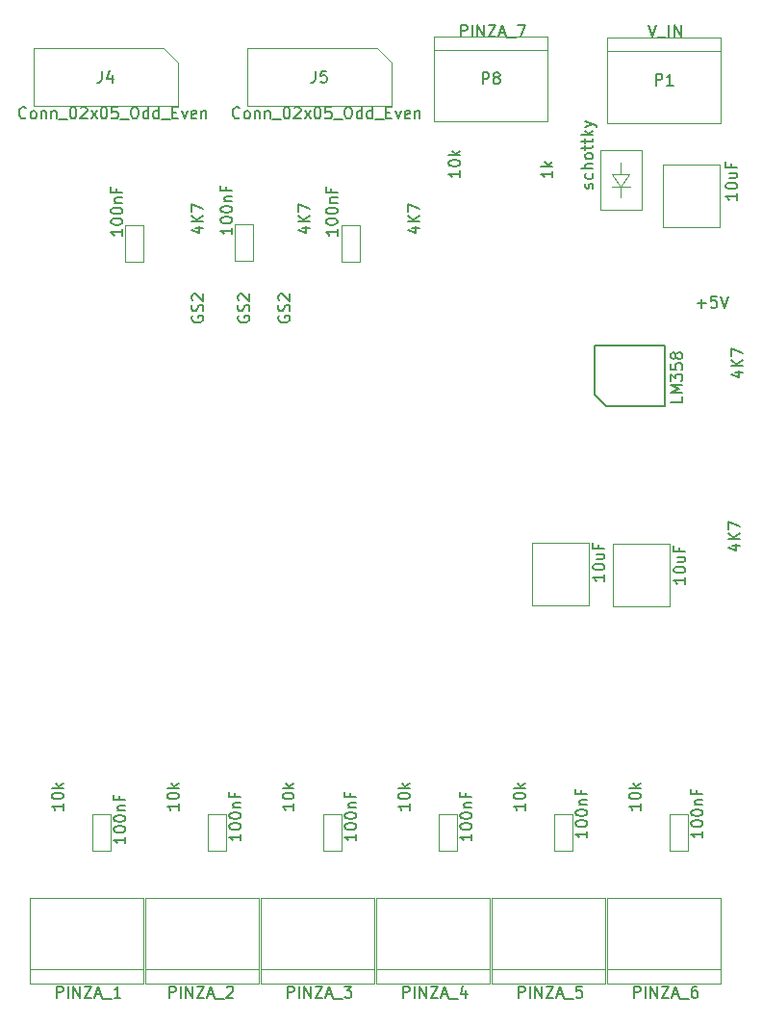
<source format=gbr>
G04 #@! TF.FileFunction,Other,Fab,Top*
%FSLAX46Y46*%
G04 Gerber Fmt 4.6, Leading zero omitted, Abs format (unit mm)*
G04 Created by KiCad (PCBNEW 4.0.7-e2-6376~61~ubuntu18.04.1) date Sun Sep 22 13:29:54 2019*
%MOMM*%
%LPD*%
G01*
G04 APERTURE LIST*
%ADD10C,0.100000*%
%ADD11C,0.150000*%
G04 APERTURE END LIST*
D10*
X84331000Y-157490000D02*
X94231000Y-157490000D01*
X84281000Y-151190000D02*
X84281000Y-158690000D01*
X84281000Y-158690000D02*
X94281000Y-158690000D01*
X94281000Y-158690000D02*
X94281000Y-151190000D01*
X94281000Y-151190000D02*
X84281000Y-151190000D01*
X83550000Y-95136000D02*
X81950000Y-95136000D01*
X83550000Y-91936000D02*
X83550000Y-95136000D01*
X81950000Y-91936000D02*
X83550000Y-91936000D01*
X81950000Y-95136000D02*
X81950000Y-91936000D01*
X115250000Y-120000000D02*
X120250000Y-120000000D01*
X115250000Y-125500000D02*
X115250000Y-120000000D01*
X120250000Y-125500000D02*
X115250000Y-125500000D01*
X120250000Y-120000000D02*
X120250000Y-125500000D01*
X69431000Y-143815000D02*
X71031000Y-143815000D01*
X69431000Y-147015000D02*
X69431000Y-143815000D01*
X71031000Y-147015000D02*
X69431000Y-147015000D01*
X71031000Y-143815000D02*
X71031000Y-147015000D01*
X120231000Y-143815000D02*
X121831000Y-143815000D01*
X120231000Y-147015000D02*
X120231000Y-143815000D01*
X121831000Y-147015000D02*
X120231000Y-147015000D01*
X121831000Y-143815000D02*
X121831000Y-147015000D01*
X124674000Y-92158000D02*
X119674000Y-92158000D01*
X124674000Y-86658000D02*
X124674000Y-92158000D01*
X119674000Y-86658000D02*
X124674000Y-86658000D01*
X119674000Y-92158000D02*
X119674000Y-86658000D01*
X108121000Y-119952000D02*
X113121000Y-119952000D01*
X108121000Y-125452000D02*
X108121000Y-119952000D01*
X113121000Y-125452000D02*
X108121000Y-125452000D01*
X113121000Y-119952000D02*
X113121000Y-125452000D01*
X79591000Y-143815000D02*
X81191000Y-143815000D01*
X79591000Y-147015000D02*
X79591000Y-143815000D01*
X81191000Y-147015000D02*
X79591000Y-147015000D01*
X81191000Y-143815000D02*
X81191000Y-147015000D01*
X89751000Y-143815000D02*
X91351000Y-143815000D01*
X89751000Y-147015000D02*
X89751000Y-143815000D01*
X91351000Y-147015000D02*
X89751000Y-147015000D01*
X91351000Y-143815000D02*
X91351000Y-147015000D01*
X99911000Y-143815000D02*
X101511000Y-143815000D01*
X99911000Y-147015000D02*
X99911000Y-143815000D01*
X101511000Y-147015000D02*
X99911000Y-147015000D01*
X101511000Y-143815000D02*
X101511000Y-147015000D01*
X110071000Y-143815000D02*
X111671000Y-143815000D01*
X110071000Y-147015000D02*
X110071000Y-143815000D01*
X111671000Y-147015000D02*
X110071000Y-147015000D01*
X111671000Y-143815000D02*
X111671000Y-147015000D01*
X117751000Y-90611000D02*
X114151000Y-90611000D01*
X114151000Y-85411000D02*
X114151000Y-90611000D01*
X115952020Y-88660440D02*
X115952020Y-89562140D01*
X115952020Y-87509820D02*
X115952020Y-86511600D01*
X115151920Y-88660440D02*
X116752120Y-88660440D01*
X116701320Y-87509820D02*
X115151920Y-87509820D01*
X115952020Y-88660440D02*
X116701320Y-87509820D01*
X115952020Y-88660440D02*
X115151920Y-87509820D01*
X117751000Y-85411000D02*
X117751000Y-90611000D01*
X117751000Y-85411000D02*
X114151000Y-85411000D01*
X124711000Y-76698000D02*
X114811000Y-76698000D01*
X124761000Y-82998000D02*
X124761000Y-75498000D01*
X124761000Y-75498000D02*
X114761000Y-75498000D01*
X114761000Y-75498000D02*
X114761000Y-82998000D01*
X114761000Y-82998000D02*
X124761000Y-82998000D01*
X64011000Y-157490000D02*
X73911000Y-157490000D01*
X63961000Y-151190000D02*
X63961000Y-158690000D01*
X63961000Y-158690000D02*
X73961000Y-158690000D01*
X73961000Y-158690000D02*
X73961000Y-151190000D01*
X73961000Y-151190000D02*
X63961000Y-151190000D01*
X74171000Y-157490000D02*
X84071000Y-157490000D01*
X74121000Y-151190000D02*
X74121000Y-158690000D01*
X74121000Y-158690000D02*
X84121000Y-158690000D01*
X84121000Y-158690000D02*
X84121000Y-151190000D01*
X84121000Y-151190000D02*
X74121000Y-151190000D01*
X94491000Y-157490000D02*
X104391000Y-157490000D01*
X94441000Y-151190000D02*
X94441000Y-158690000D01*
X94441000Y-158690000D02*
X104441000Y-158690000D01*
X104441000Y-158690000D02*
X104441000Y-151190000D01*
X104441000Y-151190000D02*
X94441000Y-151190000D01*
X104651000Y-157490000D02*
X114551000Y-157490000D01*
X104601000Y-151190000D02*
X104601000Y-158690000D01*
X104601000Y-158690000D02*
X114601000Y-158690000D01*
X114601000Y-158690000D02*
X114601000Y-151190000D01*
X114601000Y-151190000D02*
X104601000Y-151190000D01*
X114811000Y-157490000D02*
X124711000Y-157490000D01*
X114761000Y-151190000D02*
X114761000Y-158690000D01*
X114761000Y-158690000D02*
X124761000Y-158690000D01*
X124761000Y-158690000D02*
X124761000Y-151190000D01*
X124761000Y-151190000D02*
X114761000Y-151190000D01*
X109471000Y-76571000D02*
X99571000Y-76571000D01*
X109521000Y-82871000D02*
X109521000Y-75371000D01*
X109521000Y-75371000D02*
X99521000Y-75371000D01*
X99521000Y-75371000D02*
X99521000Y-82871000D01*
X99521000Y-82871000D02*
X109521000Y-82871000D01*
D11*
X113650000Y-106900000D02*
X113650000Y-102600000D01*
X113650000Y-102600000D02*
X119850000Y-102600000D01*
X119850000Y-102600000D02*
X119850000Y-107900000D01*
X119850000Y-107900000D02*
X114650000Y-107900000D01*
X114650000Y-107900000D02*
X113650000Y-106900000D01*
D10*
X76962000Y-77724000D02*
X76962000Y-81534000D01*
X76962000Y-81534000D02*
X64262000Y-81534000D01*
X64262000Y-81534000D02*
X64262000Y-76454000D01*
X64262000Y-76454000D02*
X75692000Y-76454000D01*
X75692000Y-76454000D02*
X76962000Y-77724000D01*
X95758000Y-77724000D02*
X95758000Y-81534000D01*
X95758000Y-81534000D02*
X83058000Y-81534000D01*
X83058000Y-81534000D02*
X83058000Y-76454000D01*
X83058000Y-76454000D02*
X94488000Y-76454000D01*
X94488000Y-76454000D02*
X95758000Y-77724000D01*
X73952000Y-95199000D02*
X72352000Y-95199000D01*
X73952000Y-91999000D02*
X73952000Y-95199000D01*
X72352000Y-91999000D02*
X73952000Y-91999000D01*
X72352000Y-95199000D02*
X72352000Y-91999000D01*
X93002000Y-95199000D02*
X91402000Y-95199000D01*
X93002000Y-91999000D02*
X93002000Y-95199000D01*
X91402000Y-91999000D02*
X93002000Y-91999000D01*
X91402000Y-95199000D02*
X91402000Y-91999000D01*
D11*
X86622286Y-159964381D02*
X86622286Y-158964381D01*
X87003239Y-158964381D01*
X87098477Y-159012000D01*
X87146096Y-159059619D01*
X87193715Y-159154857D01*
X87193715Y-159297714D01*
X87146096Y-159392952D01*
X87098477Y-159440571D01*
X87003239Y-159488190D01*
X86622286Y-159488190D01*
X87622286Y-159964381D02*
X87622286Y-158964381D01*
X88098476Y-159964381D02*
X88098476Y-158964381D01*
X88669905Y-159964381D01*
X88669905Y-158964381D01*
X89050857Y-158964381D02*
X89717524Y-158964381D01*
X89050857Y-159964381D01*
X89717524Y-159964381D01*
X90050857Y-159678667D02*
X90527048Y-159678667D01*
X89955619Y-159964381D02*
X90288952Y-158964381D01*
X90622286Y-159964381D01*
X90717524Y-160059619D02*
X91479429Y-160059619D01*
X91622286Y-158964381D02*
X92241334Y-158964381D01*
X91908000Y-159345333D01*
X92050858Y-159345333D01*
X92146096Y-159392952D01*
X92193715Y-159440571D01*
X92241334Y-159535810D01*
X92241334Y-159773905D01*
X92193715Y-159869143D01*
X92146096Y-159916762D01*
X92050858Y-159964381D01*
X91765143Y-159964381D01*
X91669905Y-159916762D01*
X91622286Y-159869143D01*
X81732381Y-92225619D02*
X81732381Y-92797048D01*
X81732381Y-92511334D02*
X80732381Y-92511334D01*
X80875238Y-92606572D01*
X80970476Y-92701810D01*
X81018095Y-92797048D01*
X80732381Y-91606572D02*
X80732381Y-91511333D01*
X80780000Y-91416095D01*
X80827619Y-91368476D01*
X80922857Y-91320857D01*
X81113333Y-91273238D01*
X81351429Y-91273238D01*
X81541905Y-91320857D01*
X81637143Y-91368476D01*
X81684762Y-91416095D01*
X81732381Y-91511333D01*
X81732381Y-91606572D01*
X81684762Y-91701810D01*
X81637143Y-91749429D01*
X81541905Y-91797048D01*
X81351429Y-91844667D01*
X81113333Y-91844667D01*
X80922857Y-91797048D01*
X80827619Y-91749429D01*
X80780000Y-91701810D01*
X80732381Y-91606572D01*
X80732381Y-90654191D02*
X80732381Y-90558952D01*
X80780000Y-90463714D01*
X80827619Y-90416095D01*
X80922857Y-90368476D01*
X81113333Y-90320857D01*
X81351429Y-90320857D01*
X81541905Y-90368476D01*
X81637143Y-90416095D01*
X81684762Y-90463714D01*
X81732381Y-90558952D01*
X81732381Y-90654191D01*
X81684762Y-90749429D01*
X81637143Y-90797048D01*
X81541905Y-90844667D01*
X81351429Y-90892286D01*
X81113333Y-90892286D01*
X80922857Y-90844667D01*
X80827619Y-90797048D01*
X80780000Y-90749429D01*
X80732381Y-90654191D01*
X81065714Y-89892286D02*
X81732381Y-89892286D01*
X81160952Y-89892286D02*
X81113333Y-89844667D01*
X81065714Y-89749429D01*
X81065714Y-89606571D01*
X81113333Y-89511333D01*
X81208571Y-89463714D01*
X81732381Y-89463714D01*
X81208571Y-88654190D02*
X81208571Y-88987524D01*
X81732381Y-88987524D02*
X80732381Y-88987524D01*
X80732381Y-88511333D01*
X121610381Y-122991428D02*
X121610381Y-123562857D01*
X121610381Y-123277143D02*
X120610381Y-123277143D01*
X120753238Y-123372381D01*
X120848476Y-123467619D01*
X120896095Y-123562857D01*
X120610381Y-122372381D02*
X120610381Y-122277142D01*
X120658000Y-122181904D01*
X120705619Y-122134285D01*
X120800857Y-122086666D01*
X120991333Y-122039047D01*
X121229429Y-122039047D01*
X121419905Y-122086666D01*
X121515143Y-122134285D01*
X121562762Y-122181904D01*
X121610381Y-122277142D01*
X121610381Y-122372381D01*
X121562762Y-122467619D01*
X121515143Y-122515238D01*
X121419905Y-122562857D01*
X121229429Y-122610476D01*
X120991333Y-122610476D01*
X120800857Y-122562857D01*
X120705619Y-122515238D01*
X120658000Y-122467619D01*
X120610381Y-122372381D01*
X120943714Y-121181904D02*
X121610381Y-121181904D01*
X120943714Y-121610476D02*
X121467524Y-121610476D01*
X121562762Y-121562857D01*
X121610381Y-121467619D01*
X121610381Y-121324761D01*
X121562762Y-121229523D01*
X121515143Y-121181904D01*
X121086571Y-120372380D02*
X121086571Y-120705714D01*
X121610381Y-120705714D02*
X120610381Y-120705714D01*
X120610381Y-120229523D01*
X72334381Y-145819619D02*
X72334381Y-146391048D01*
X72334381Y-146105334D02*
X71334381Y-146105334D01*
X71477238Y-146200572D01*
X71572476Y-146295810D01*
X71620095Y-146391048D01*
X71334381Y-145200572D02*
X71334381Y-145105333D01*
X71382000Y-145010095D01*
X71429619Y-144962476D01*
X71524857Y-144914857D01*
X71715333Y-144867238D01*
X71953429Y-144867238D01*
X72143905Y-144914857D01*
X72239143Y-144962476D01*
X72286762Y-145010095D01*
X72334381Y-145105333D01*
X72334381Y-145200572D01*
X72286762Y-145295810D01*
X72239143Y-145343429D01*
X72143905Y-145391048D01*
X71953429Y-145438667D01*
X71715333Y-145438667D01*
X71524857Y-145391048D01*
X71429619Y-145343429D01*
X71382000Y-145295810D01*
X71334381Y-145200572D01*
X71334381Y-144248191D02*
X71334381Y-144152952D01*
X71382000Y-144057714D01*
X71429619Y-144010095D01*
X71524857Y-143962476D01*
X71715333Y-143914857D01*
X71953429Y-143914857D01*
X72143905Y-143962476D01*
X72239143Y-144010095D01*
X72286762Y-144057714D01*
X72334381Y-144152952D01*
X72334381Y-144248191D01*
X72286762Y-144343429D01*
X72239143Y-144391048D01*
X72143905Y-144438667D01*
X71953429Y-144486286D01*
X71715333Y-144486286D01*
X71524857Y-144438667D01*
X71429619Y-144391048D01*
X71382000Y-144343429D01*
X71334381Y-144248191D01*
X71667714Y-143486286D02*
X72334381Y-143486286D01*
X71762952Y-143486286D02*
X71715333Y-143438667D01*
X71667714Y-143343429D01*
X71667714Y-143200571D01*
X71715333Y-143105333D01*
X71810571Y-143057714D01*
X72334381Y-143057714D01*
X71810571Y-142248190D02*
X71810571Y-142581524D01*
X72334381Y-142581524D02*
X71334381Y-142581524D01*
X71334381Y-142105333D01*
X123134381Y-145311619D02*
X123134381Y-145883048D01*
X123134381Y-145597334D02*
X122134381Y-145597334D01*
X122277238Y-145692572D01*
X122372476Y-145787810D01*
X122420095Y-145883048D01*
X122134381Y-144692572D02*
X122134381Y-144597333D01*
X122182000Y-144502095D01*
X122229619Y-144454476D01*
X122324857Y-144406857D01*
X122515333Y-144359238D01*
X122753429Y-144359238D01*
X122943905Y-144406857D01*
X123039143Y-144454476D01*
X123086762Y-144502095D01*
X123134381Y-144597333D01*
X123134381Y-144692572D01*
X123086762Y-144787810D01*
X123039143Y-144835429D01*
X122943905Y-144883048D01*
X122753429Y-144930667D01*
X122515333Y-144930667D01*
X122324857Y-144883048D01*
X122229619Y-144835429D01*
X122182000Y-144787810D01*
X122134381Y-144692572D01*
X122134381Y-143740191D02*
X122134381Y-143644952D01*
X122182000Y-143549714D01*
X122229619Y-143502095D01*
X122324857Y-143454476D01*
X122515333Y-143406857D01*
X122753429Y-143406857D01*
X122943905Y-143454476D01*
X123039143Y-143502095D01*
X123086762Y-143549714D01*
X123134381Y-143644952D01*
X123134381Y-143740191D01*
X123086762Y-143835429D01*
X123039143Y-143883048D01*
X122943905Y-143930667D01*
X122753429Y-143978286D01*
X122515333Y-143978286D01*
X122324857Y-143930667D01*
X122229619Y-143883048D01*
X122182000Y-143835429D01*
X122134381Y-143740191D01*
X122467714Y-142978286D02*
X123134381Y-142978286D01*
X122562952Y-142978286D02*
X122515333Y-142930667D01*
X122467714Y-142835429D01*
X122467714Y-142692571D01*
X122515333Y-142597333D01*
X122610571Y-142549714D01*
X123134381Y-142549714D01*
X122610571Y-141740190D02*
X122610571Y-142073524D01*
X123134381Y-142073524D02*
X122134381Y-142073524D01*
X122134381Y-141597333D01*
X126182381Y-89209428D02*
X126182381Y-89780857D01*
X126182381Y-89495143D02*
X125182381Y-89495143D01*
X125325238Y-89590381D01*
X125420476Y-89685619D01*
X125468095Y-89780857D01*
X125182381Y-88590381D02*
X125182381Y-88495142D01*
X125230000Y-88399904D01*
X125277619Y-88352285D01*
X125372857Y-88304666D01*
X125563333Y-88257047D01*
X125801429Y-88257047D01*
X125991905Y-88304666D01*
X126087143Y-88352285D01*
X126134762Y-88399904D01*
X126182381Y-88495142D01*
X126182381Y-88590381D01*
X126134762Y-88685619D01*
X126087143Y-88733238D01*
X125991905Y-88780857D01*
X125801429Y-88828476D01*
X125563333Y-88828476D01*
X125372857Y-88780857D01*
X125277619Y-88733238D01*
X125230000Y-88685619D01*
X125182381Y-88590381D01*
X125515714Y-87399904D02*
X126182381Y-87399904D01*
X125515714Y-87828476D02*
X126039524Y-87828476D01*
X126134762Y-87780857D01*
X126182381Y-87685619D01*
X126182381Y-87542761D01*
X126134762Y-87447523D01*
X126087143Y-87399904D01*
X125658571Y-86590380D02*
X125658571Y-86923714D01*
X126182381Y-86923714D02*
X125182381Y-86923714D01*
X125182381Y-86447523D01*
X114498381Y-122737428D02*
X114498381Y-123308857D01*
X114498381Y-123023143D02*
X113498381Y-123023143D01*
X113641238Y-123118381D01*
X113736476Y-123213619D01*
X113784095Y-123308857D01*
X113498381Y-122118381D02*
X113498381Y-122023142D01*
X113546000Y-121927904D01*
X113593619Y-121880285D01*
X113688857Y-121832666D01*
X113879333Y-121785047D01*
X114117429Y-121785047D01*
X114307905Y-121832666D01*
X114403143Y-121880285D01*
X114450762Y-121927904D01*
X114498381Y-122023142D01*
X114498381Y-122118381D01*
X114450762Y-122213619D01*
X114403143Y-122261238D01*
X114307905Y-122308857D01*
X114117429Y-122356476D01*
X113879333Y-122356476D01*
X113688857Y-122308857D01*
X113593619Y-122261238D01*
X113546000Y-122213619D01*
X113498381Y-122118381D01*
X113831714Y-120927904D02*
X114498381Y-120927904D01*
X113831714Y-121356476D02*
X114355524Y-121356476D01*
X114450762Y-121308857D01*
X114498381Y-121213619D01*
X114498381Y-121070761D01*
X114450762Y-120975523D01*
X114403143Y-120927904D01*
X113974571Y-120118380D02*
X113974571Y-120451714D01*
X114498381Y-120451714D02*
X113498381Y-120451714D01*
X113498381Y-119975523D01*
X82494381Y-145565619D02*
X82494381Y-146137048D01*
X82494381Y-145851334D02*
X81494381Y-145851334D01*
X81637238Y-145946572D01*
X81732476Y-146041810D01*
X81780095Y-146137048D01*
X81494381Y-144946572D02*
X81494381Y-144851333D01*
X81542000Y-144756095D01*
X81589619Y-144708476D01*
X81684857Y-144660857D01*
X81875333Y-144613238D01*
X82113429Y-144613238D01*
X82303905Y-144660857D01*
X82399143Y-144708476D01*
X82446762Y-144756095D01*
X82494381Y-144851333D01*
X82494381Y-144946572D01*
X82446762Y-145041810D01*
X82399143Y-145089429D01*
X82303905Y-145137048D01*
X82113429Y-145184667D01*
X81875333Y-145184667D01*
X81684857Y-145137048D01*
X81589619Y-145089429D01*
X81542000Y-145041810D01*
X81494381Y-144946572D01*
X81494381Y-143994191D02*
X81494381Y-143898952D01*
X81542000Y-143803714D01*
X81589619Y-143756095D01*
X81684857Y-143708476D01*
X81875333Y-143660857D01*
X82113429Y-143660857D01*
X82303905Y-143708476D01*
X82399143Y-143756095D01*
X82446762Y-143803714D01*
X82494381Y-143898952D01*
X82494381Y-143994191D01*
X82446762Y-144089429D01*
X82399143Y-144137048D01*
X82303905Y-144184667D01*
X82113429Y-144232286D01*
X81875333Y-144232286D01*
X81684857Y-144184667D01*
X81589619Y-144137048D01*
X81542000Y-144089429D01*
X81494381Y-143994191D01*
X81827714Y-143232286D02*
X82494381Y-143232286D01*
X81922952Y-143232286D02*
X81875333Y-143184667D01*
X81827714Y-143089429D01*
X81827714Y-142946571D01*
X81875333Y-142851333D01*
X81970571Y-142803714D01*
X82494381Y-142803714D01*
X81970571Y-141994190D02*
X81970571Y-142327524D01*
X82494381Y-142327524D02*
X81494381Y-142327524D01*
X81494381Y-141851333D01*
X92654381Y-145565619D02*
X92654381Y-146137048D01*
X92654381Y-145851334D02*
X91654381Y-145851334D01*
X91797238Y-145946572D01*
X91892476Y-146041810D01*
X91940095Y-146137048D01*
X91654381Y-144946572D02*
X91654381Y-144851333D01*
X91702000Y-144756095D01*
X91749619Y-144708476D01*
X91844857Y-144660857D01*
X92035333Y-144613238D01*
X92273429Y-144613238D01*
X92463905Y-144660857D01*
X92559143Y-144708476D01*
X92606762Y-144756095D01*
X92654381Y-144851333D01*
X92654381Y-144946572D01*
X92606762Y-145041810D01*
X92559143Y-145089429D01*
X92463905Y-145137048D01*
X92273429Y-145184667D01*
X92035333Y-145184667D01*
X91844857Y-145137048D01*
X91749619Y-145089429D01*
X91702000Y-145041810D01*
X91654381Y-144946572D01*
X91654381Y-143994191D02*
X91654381Y-143898952D01*
X91702000Y-143803714D01*
X91749619Y-143756095D01*
X91844857Y-143708476D01*
X92035333Y-143660857D01*
X92273429Y-143660857D01*
X92463905Y-143708476D01*
X92559143Y-143756095D01*
X92606762Y-143803714D01*
X92654381Y-143898952D01*
X92654381Y-143994191D01*
X92606762Y-144089429D01*
X92559143Y-144137048D01*
X92463905Y-144184667D01*
X92273429Y-144232286D01*
X92035333Y-144232286D01*
X91844857Y-144184667D01*
X91749619Y-144137048D01*
X91702000Y-144089429D01*
X91654381Y-143994191D01*
X91987714Y-143232286D02*
X92654381Y-143232286D01*
X92082952Y-143232286D02*
X92035333Y-143184667D01*
X91987714Y-143089429D01*
X91987714Y-142946571D01*
X92035333Y-142851333D01*
X92130571Y-142803714D01*
X92654381Y-142803714D01*
X92130571Y-141994190D02*
X92130571Y-142327524D01*
X92654381Y-142327524D02*
X91654381Y-142327524D01*
X91654381Y-141851333D01*
X102814381Y-145565619D02*
X102814381Y-146137048D01*
X102814381Y-145851334D02*
X101814381Y-145851334D01*
X101957238Y-145946572D01*
X102052476Y-146041810D01*
X102100095Y-146137048D01*
X101814381Y-144946572D02*
X101814381Y-144851333D01*
X101862000Y-144756095D01*
X101909619Y-144708476D01*
X102004857Y-144660857D01*
X102195333Y-144613238D01*
X102433429Y-144613238D01*
X102623905Y-144660857D01*
X102719143Y-144708476D01*
X102766762Y-144756095D01*
X102814381Y-144851333D01*
X102814381Y-144946572D01*
X102766762Y-145041810D01*
X102719143Y-145089429D01*
X102623905Y-145137048D01*
X102433429Y-145184667D01*
X102195333Y-145184667D01*
X102004857Y-145137048D01*
X101909619Y-145089429D01*
X101862000Y-145041810D01*
X101814381Y-144946572D01*
X101814381Y-143994191D02*
X101814381Y-143898952D01*
X101862000Y-143803714D01*
X101909619Y-143756095D01*
X102004857Y-143708476D01*
X102195333Y-143660857D01*
X102433429Y-143660857D01*
X102623905Y-143708476D01*
X102719143Y-143756095D01*
X102766762Y-143803714D01*
X102814381Y-143898952D01*
X102814381Y-143994191D01*
X102766762Y-144089429D01*
X102719143Y-144137048D01*
X102623905Y-144184667D01*
X102433429Y-144232286D01*
X102195333Y-144232286D01*
X102004857Y-144184667D01*
X101909619Y-144137048D01*
X101862000Y-144089429D01*
X101814381Y-143994191D01*
X102147714Y-143232286D02*
X102814381Y-143232286D01*
X102242952Y-143232286D02*
X102195333Y-143184667D01*
X102147714Y-143089429D01*
X102147714Y-142946571D01*
X102195333Y-142851333D01*
X102290571Y-142803714D01*
X102814381Y-142803714D01*
X102290571Y-141994190D02*
X102290571Y-142327524D01*
X102814381Y-142327524D02*
X101814381Y-142327524D01*
X101814381Y-141851333D01*
X112974381Y-145311619D02*
X112974381Y-145883048D01*
X112974381Y-145597334D02*
X111974381Y-145597334D01*
X112117238Y-145692572D01*
X112212476Y-145787810D01*
X112260095Y-145883048D01*
X111974381Y-144692572D02*
X111974381Y-144597333D01*
X112022000Y-144502095D01*
X112069619Y-144454476D01*
X112164857Y-144406857D01*
X112355333Y-144359238D01*
X112593429Y-144359238D01*
X112783905Y-144406857D01*
X112879143Y-144454476D01*
X112926762Y-144502095D01*
X112974381Y-144597333D01*
X112974381Y-144692572D01*
X112926762Y-144787810D01*
X112879143Y-144835429D01*
X112783905Y-144883048D01*
X112593429Y-144930667D01*
X112355333Y-144930667D01*
X112164857Y-144883048D01*
X112069619Y-144835429D01*
X112022000Y-144787810D01*
X111974381Y-144692572D01*
X111974381Y-143740191D02*
X111974381Y-143644952D01*
X112022000Y-143549714D01*
X112069619Y-143502095D01*
X112164857Y-143454476D01*
X112355333Y-143406857D01*
X112593429Y-143406857D01*
X112783905Y-143454476D01*
X112879143Y-143502095D01*
X112926762Y-143549714D01*
X112974381Y-143644952D01*
X112974381Y-143740191D01*
X112926762Y-143835429D01*
X112879143Y-143883048D01*
X112783905Y-143930667D01*
X112593429Y-143978286D01*
X112355333Y-143978286D01*
X112164857Y-143930667D01*
X112069619Y-143883048D01*
X112022000Y-143835429D01*
X111974381Y-143740191D01*
X112307714Y-142978286D02*
X112974381Y-142978286D01*
X112402952Y-142978286D02*
X112355333Y-142930667D01*
X112307714Y-142835429D01*
X112307714Y-142692571D01*
X112355333Y-142597333D01*
X112450571Y-142549714D01*
X112974381Y-142549714D01*
X112450571Y-141740190D02*
X112450571Y-142073524D01*
X112974381Y-142073524D02*
X111974381Y-142073524D01*
X111974381Y-141597333D01*
X113434762Y-88756763D02*
X113482381Y-88661525D01*
X113482381Y-88471049D01*
X113434762Y-88375810D01*
X113339524Y-88328191D01*
X113291905Y-88328191D01*
X113196667Y-88375810D01*
X113149048Y-88471049D01*
X113149048Y-88613906D01*
X113101429Y-88709144D01*
X113006190Y-88756763D01*
X112958571Y-88756763D01*
X112863333Y-88709144D01*
X112815714Y-88613906D01*
X112815714Y-88471049D01*
X112863333Y-88375810D01*
X113434762Y-87471048D02*
X113482381Y-87566286D01*
X113482381Y-87756763D01*
X113434762Y-87852001D01*
X113387143Y-87899620D01*
X113291905Y-87947239D01*
X113006190Y-87947239D01*
X112910952Y-87899620D01*
X112863333Y-87852001D01*
X112815714Y-87756763D01*
X112815714Y-87566286D01*
X112863333Y-87471048D01*
X113482381Y-87042477D02*
X112482381Y-87042477D01*
X113482381Y-86613905D02*
X112958571Y-86613905D01*
X112863333Y-86661524D01*
X112815714Y-86756762D01*
X112815714Y-86899620D01*
X112863333Y-86994858D01*
X112910952Y-87042477D01*
X113482381Y-85994858D02*
X113434762Y-86090096D01*
X113387143Y-86137715D01*
X113291905Y-86185334D01*
X113006190Y-86185334D01*
X112910952Y-86137715D01*
X112863333Y-86090096D01*
X112815714Y-85994858D01*
X112815714Y-85852000D01*
X112863333Y-85756762D01*
X112910952Y-85709143D01*
X113006190Y-85661524D01*
X113291905Y-85661524D01*
X113387143Y-85709143D01*
X113434762Y-85756762D01*
X113482381Y-85852000D01*
X113482381Y-85994858D01*
X112815714Y-85375810D02*
X112815714Y-84994858D01*
X112482381Y-85232953D02*
X113339524Y-85232953D01*
X113434762Y-85185334D01*
X113482381Y-85090096D01*
X113482381Y-84994858D01*
X112815714Y-84804381D02*
X112815714Y-84423429D01*
X112482381Y-84661524D02*
X113339524Y-84661524D01*
X113434762Y-84613905D01*
X113482381Y-84518667D01*
X113482381Y-84423429D01*
X113482381Y-84090095D02*
X112482381Y-84090095D01*
X113101429Y-83994857D02*
X113482381Y-83709142D01*
X112815714Y-83709142D02*
X113196667Y-84090095D01*
X112815714Y-83375809D02*
X113482381Y-83137714D01*
X112815714Y-82899618D02*
X113482381Y-83137714D01*
X113720476Y-83232952D01*
X113768095Y-83280571D01*
X113815714Y-83375809D01*
X85860000Y-100004476D02*
X85812381Y-100099714D01*
X85812381Y-100242571D01*
X85860000Y-100385429D01*
X85955238Y-100480667D01*
X86050476Y-100528286D01*
X86240952Y-100575905D01*
X86383810Y-100575905D01*
X86574286Y-100528286D01*
X86669524Y-100480667D01*
X86764762Y-100385429D01*
X86812381Y-100242571D01*
X86812381Y-100147333D01*
X86764762Y-100004476D01*
X86717143Y-99956857D01*
X86383810Y-99956857D01*
X86383810Y-100147333D01*
X86764762Y-99575905D02*
X86812381Y-99433048D01*
X86812381Y-99194952D01*
X86764762Y-99099714D01*
X86717143Y-99052095D01*
X86621905Y-99004476D01*
X86526667Y-99004476D01*
X86431429Y-99052095D01*
X86383810Y-99099714D01*
X86336190Y-99194952D01*
X86288571Y-99385429D01*
X86240952Y-99480667D01*
X86193333Y-99528286D01*
X86098095Y-99575905D01*
X86002857Y-99575905D01*
X85907619Y-99528286D01*
X85860000Y-99480667D01*
X85812381Y-99385429D01*
X85812381Y-99147333D01*
X85860000Y-99004476D01*
X85907619Y-98623524D02*
X85860000Y-98575905D01*
X85812381Y-98480667D01*
X85812381Y-98242571D01*
X85860000Y-98147333D01*
X85907619Y-98099714D01*
X86002857Y-98052095D01*
X86098095Y-98052095D01*
X86240952Y-98099714D01*
X86812381Y-98671143D01*
X86812381Y-98052095D01*
X82304000Y-100004476D02*
X82256381Y-100099714D01*
X82256381Y-100242571D01*
X82304000Y-100385429D01*
X82399238Y-100480667D01*
X82494476Y-100528286D01*
X82684952Y-100575905D01*
X82827810Y-100575905D01*
X83018286Y-100528286D01*
X83113524Y-100480667D01*
X83208762Y-100385429D01*
X83256381Y-100242571D01*
X83256381Y-100147333D01*
X83208762Y-100004476D01*
X83161143Y-99956857D01*
X82827810Y-99956857D01*
X82827810Y-100147333D01*
X83208762Y-99575905D02*
X83256381Y-99433048D01*
X83256381Y-99194952D01*
X83208762Y-99099714D01*
X83161143Y-99052095D01*
X83065905Y-99004476D01*
X82970667Y-99004476D01*
X82875429Y-99052095D01*
X82827810Y-99099714D01*
X82780190Y-99194952D01*
X82732571Y-99385429D01*
X82684952Y-99480667D01*
X82637333Y-99528286D01*
X82542095Y-99575905D01*
X82446857Y-99575905D01*
X82351619Y-99528286D01*
X82304000Y-99480667D01*
X82256381Y-99385429D01*
X82256381Y-99147333D01*
X82304000Y-99004476D01*
X82351619Y-98623524D02*
X82304000Y-98575905D01*
X82256381Y-98480667D01*
X82256381Y-98242571D01*
X82304000Y-98147333D01*
X82351619Y-98099714D01*
X82446857Y-98052095D01*
X82542095Y-98052095D01*
X82684952Y-98099714D01*
X83256381Y-98671143D01*
X83256381Y-98052095D01*
X78240000Y-100004476D02*
X78192381Y-100099714D01*
X78192381Y-100242571D01*
X78240000Y-100385429D01*
X78335238Y-100480667D01*
X78430476Y-100528286D01*
X78620952Y-100575905D01*
X78763810Y-100575905D01*
X78954286Y-100528286D01*
X79049524Y-100480667D01*
X79144762Y-100385429D01*
X79192381Y-100242571D01*
X79192381Y-100147333D01*
X79144762Y-100004476D01*
X79097143Y-99956857D01*
X78763810Y-99956857D01*
X78763810Y-100147333D01*
X79144762Y-99575905D02*
X79192381Y-99433048D01*
X79192381Y-99194952D01*
X79144762Y-99099714D01*
X79097143Y-99052095D01*
X79001905Y-99004476D01*
X78906667Y-99004476D01*
X78811429Y-99052095D01*
X78763810Y-99099714D01*
X78716190Y-99194952D01*
X78668571Y-99385429D01*
X78620952Y-99480667D01*
X78573333Y-99528286D01*
X78478095Y-99575905D01*
X78382857Y-99575905D01*
X78287619Y-99528286D01*
X78240000Y-99480667D01*
X78192381Y-99385429D01*
X78192381Y-99147333D01*
X78240000Y-99004476D01*
X78287619Y-98623524D02*
X78240000Y-98575905D01*
X78192381Y-98480667D01*
X78192381Y-98242571D01*
X78240000Y-98147333D01*
X78287619Y-98099714D01*
X78382857Y-98052095D01*
X78478095Y-98052095D01*
X78620952Y-98099714D01*
X79192381Y-98671143D01*
X79192381Y-98052095D01*
X118411810Y-74382381D02*
X118745143Y-75382381D01*
X119078477Y-74382381D01*
X119173715Y-75477619D02*
X119935620Y-75477619D01*
X120173715Y-75382381D02*
X120173715Y-74382381D01*
X120649905Y-75382381D02*
X120649905Y-74382381D01*
X121221334Y-75382381D01*
X121221334Y-74382381D01*
X119022905Y-79700381D02*
X119022905Y-78700381D01*
X119403858Y-78700381D01*
X119499096Y-78748000D01*
X119546715Y-78795619D01*
X119594334Y-78890857D01*
X119594334Y-79033714D01*
X119546715Y-79128952D01*
X119499096Y-79176571D01*
X119403858Y-79224190D01*
X119022905Y-79224190D01*
X120546715Y-79700381D02*
X119975286Y-79700381D01*
X120261000Y-79700381D02*
X120261000Y-78700381D01*
X120165762Y-78843238D01*
X120070524Y-78938476D01*
X119975286Y-78986095D01*
X66302286Y-159964381D02*
X66302286Y-158964381D01*
X66683239Y-158964381D01*
X66778477Y-159012000D01*
X66826096Y-159059619D01*
X66873715Y-159154857D01*
X66873715Y-159297714D01*
X66826096Y-159392952D01*
X66778477Y-159440571D01*
X66683239Y-159488190D01*
X66302286Y-159488190D01*
X67302286Y-159964381D02*
X67302286Y-158964381D01*
X67778476Y-159964381D02*
X67778476Y-158964381D01*
X68349905Y-159964381D01*
X68349905Y-158964381D01*
X68730857Y-158964381D02*
X69397524Y-158964381D01*
X68730857Y-159964381D01*
X69397524Y-159964381D01*
X69730857Y-159678667D02*
X70207048Y-159678667D01*
X69635619Y-159964381D02*
X69968952Y-158964381D01*
X70302286Y-159964381D01*
X70397524Y-160059619D02*
X71159429Y-160059619D01*
X71921334Y-159964381D02*
X71349905Y-159964381D01*
X71635619Y-159964381D02*
X71635619Y-158964381D01*
X71540381Y-159107238D01*
X71445143Y-159202476D01*
X71349905Y-159250095D01*
X76208286Y-159964381D02*
X76208286Y-158964381D01*
X76589239Y-158964381D01*
X76684477Y-159012000D01*
X76732096Y-159059619D01*
X76779715Y-159154857D01*
X76779715Y-159297714D01*
X76732096Y-159392952D01*
X76684477Y-159440571D01*
X76589239Y-159488190D01*
X76208286Y-159488190D01*
X77208286Y-159964381D02*
X77208286Y-158964381D01*
X77684476Y-159964381D02*
X77684476Y-158964381D01*
X78255905Y-159964381D01*
X78255905Y-158964381D01*
X78636857Y-158964381D02*
X79303524Y-158964381D01*
X78636857Y-159964381D01*
X79303524Y-159964381D01*
X79636857Y-159678667D02*
X80113048Y-159678667D01*
X79541619Y-159964381D02*
X79874952Y-158964381D01*
X80208286Y-159964381D01*
X80303524Y-160059619D02*
X81065429Y-160059619D01*
X81255905Y-159059619D02*
X81303524Y-159012000D01*
X81398762Y-158964381D01*
X81636858Y-158964381D01*
X81732096Y-159012000D01*
X81779715Y-159059619D01*
X81827334Y-159154857D01*
X81827334Y-159250095D01*
X81779715Y-159392952D01*
X81208286Y-159964381D01*
X81827334Y-159964381D01*
X96782286Y-159964381D02*
X96782286Y-158964381D01*
X97163239Y-158964381D01*
X97258477Y-159012000D01*
X97306096Y-159059619D01*
X97353715Y-159154857D01*
X97353715Y-159297714D01*
X97306096Y-159392952D01*
X97258477Y-159440571D01*
X97163239Y-159488190D01*
X96782286Y-159488190D01*
X97782286Y-159964381D02*
X97782286Y-158964381D01*
X98258476Y-159964381D02*
X98258476Y-158964381D01*
X98829905Y-159964381D01*
X98829905Y-158964381D01*
X99210857Y-158964381D02*
X99877524Y-158964381D01*
X99210857Y-159964381D01*
X99877524Y-159964381D01*
X100210857Y-159678667D02*
X100687048Y-159678667D01*
X100115619Y-159964381D02*
X100448952Y-158964381D01*
X100782286Y-159964381D01*
X100877524Y-160059619D02*
X101639429Y-160059619D01*
X102306096Y-159297714D02*
X102306096Y-159964381D01*
X102068000Y-158916762D02*
X101829905Y-159631048D01*
X102448953Y-159631048D01*
X106942286Y-159964381D02*
X106942286Y-158964381D01*
X107323239Y-158964381D01*
X107418477Y-159012000D01*
X107466096Y-159059619D01*
X107513715Y-159154857D01*
X107513715Y-159297714D01*
X107466096Y-159392952D01*
X107418477Y-159440571D01*
X107323239Y-159488190D01*
X106942286Y-159488190D01*
X107942286Y-159964381D02*
X107942286Y-158964381D01*
X108418476Y-159964381D02*
X108418476Y-158964381D01*
X108989905Y-159964381D01*
X108989905Y-158964381D01*
X109370857Y-158964381D02*
X110037524Y-158964381D01*
X109370857Y-159964381D01*
X110037524Y-159964381D01*
X110370857Y-159678667D02*
X110847048Y-159678667D01*
X110275619Y-159964381D02*
X110608952Y-158964381D01*
X110942286Y-159964381D01*
X111037524Y-160059619D02*
X111799429Y-160059619D01*
X112513715Y-158964381D02*
X112037524Y-158964381D01*
X111989905Y-159440571D01*
X112037524Y-159392952D01*
X112132762Y-159345333D01*
X112370858Y-159345333D01*
X112466096Y-159392952D01*
X112513715Y-159440571D01*
X112561334Y-159535810D01*
X112561334Y-159773905D01*
X112513715Y-159869143D01*
X112466096Y-159916762D01*
X112370858Y-159964381D01*
X112132762Y-159964381D01*
X112037524Y-159916762D01*
X111989905Y-159869143D01*
X117102286Y-159964381D02*
X117102286Y-158964381D01*
X117483239Y-158964381D01*
X117578477Y-159012000D01*
X117626096Y-159059619D01*
X117673715Y-159154857D01*
X117673715Y-159297714D01*
X117626096Y-159392952D01*
X117578477Y-159440571D01*
X117483239Y-159488190D01*
X117102286Y-159488190D01*
X118102286Y-159964381D02*
X118102286Y-158964381D01*
X118578476Y-159964381D02*
X118578476Y-158964381D01*
X119149905Y-159964381D01*
X119149905Y-158964381D01*
X119530857Y-158964381D02*
X120197524Y-158964381D01*
X119530857Y-159964381D01*
X120197524Y-159964381D01*
X120530857Y-159678667D02*
X121007048Y-159678667D01*
X120435619Y-159964381D02*
X120768952Y-158964381D01*
X121102286Y-159964381D01*
X121197524Y-160059619D02*
X121959429Y-160059619D01*
X122626096Y-158964381D02*
X122435619Y-158964381D01*
X122340381Y-159012000D01*
X122292762Y-159059619D01*
X122197524Y-159202476D01*
X122149905Y-159392952D01*
X122149905Y-159773905D01*
X122197524Y-159869143D01*
X122245143Y-159916762D01*
X122340381Y-159964381D01*
X122530858Y-159964381D01*
X122626096Y-159916762D01*
X122673715Y-159869143D01*
X122721334Y-159773905D01*
X122721334Y-159535810D01*
X122673715Y-159440571D01*
X122626096Y-159392952D01*
X122530858Y-159345333D01*
X122340381Y-159345333D01*
X122245143Y-159392952D01*
X122197524Y-159440571D01*
X122149905Y-159535810D01*
X101862286Y-75382381D02*
X101862286Y-74382381D01*
X102243239Y-74382381D01*
X102338477Y-74430000D01*
X102386096Y-74477619D01*
X102433715Y-74572857D01*
X102433715Y-74715714D01*
X102386096Y-74810952D01*
X102338477Y-74858571D01*
X102243239Y-74906190D01*
X101862286Y-74906190D01*
X102862286Y-75382381D02*
X102862286Y-74382381D01*
X103338476Y-75382381D02*
X103338476Y-74382381D01*
X103909905Y-75382381D01*
X103909905Y-74382381D01*
X104290857Y-74382381D02*
X104957524Y-74382381D01*
X104290857Y-75382381D01*
X104957524Y-75382381D01*
X105290857Y-75096667D02*
X105767048Y-75096667D01*
X105195619Y-75382381D02*
X105528952Y-74382381D01*
X105862286Y-75382381D01*
X105957524Y-75477619D02*
X106719429Y-75477619D01*
X106862286Y-74382381D02*
X107528953Y-74382381D01*
X107100381Y-75382381D01*
X103782905Y-79573381D02*
X103782905Y-78573381D01*
X104163858Y-78573381D01*
X104259096Y-78621000D01*
X104306715Y-78668619D01*
X104354334Y-78763857D01*
X104354334Y-78906714D01*
X104306715Y-79001952D01*
X104259096Y-79049571D01*
X104163858Y-79097190D01*
X103782905Y-79097190D01*
X104925762Y-79001952D02*
X104830524Y-78954333D01*
X104782905Y-78906714D01*
X104735286Y-78811476D01*
X104735286Y-78763857D01*
X104782905Y-78668619D01*
X104830524Y-78621000D01*
X104925762Y-78573381D01*
X105116239Y-78573381D01*
X105211477Y-78621000D01*
X105259096Y-78668619D01*
X105306715Y-78763857D01*
X105306715Y-78811476D01*
X105259096Y-78906714D01*
X105211477Y-78954333D01*
X105116239Y-79001952D01*
X104925762Y-79001952D01*
X104830524Y-79049571D01*
X104782905Y-79097190D01*
X104735286Y-79192429D01*
X104735286Y-79382905D01*
X104782905Y-79478143D01*
X104830524Y-79525762D01*
X104925762Y-79573381D01*
X105116239Y-79573381D01*
X105211477Y-79525762D01*
X105259096Y-79478143D01*
X105306715Y-79382905D01*
X105306715Y-79192429D01*
X105259096Y-79097190D01*
X105211477Y-79049571D01*
X105116239Y-79001952D01*
X66873381Y-142882238D02*
X66873381Y-143453667D01*
X66873381Y-143167953D02*
X65873381Y-143167953D01*
X66016238Y-143263191D01*
X66111476Y-143358429D01*
X66159095Y-143453667D01*
X65873381Y-142263191D02*
X65873381Y-142167952D01*
X65921000Y-142072714D01*
X65968619Y-142025095D01*
X66063857Y-141977476D01*
X66254333Y-141929857D01*
X66492429Y-141929857D01*
X66682905Y-141977476D01*
X66778143Y-142025095D01*
X66825762Y-142072714D01*
X66873381Y-142167952D01*
X66873381Y-142263191D01*
X66825762Y-142358429D01*
X66778143Y-142406048D01*
X66682905Y-142453667D01*
X66492429Y-142501286D01*
X66254333Y-142501286D01*
X66063857Y-142453667D01*
X65968619Y-142406048D01*
X65921000Y-142358429D01*
X65873381Y-142263191D01*
X66873381Y-141501286D02*
X65873381Y-141501286D01*
X66492429Y-141406048D02*
X66873381Y-141120333D01*
X66206714Y-141120333D02*
X66587667Y-141501286D01*
X117673381Y-142882238D02*
X117673381Y-143453667D01*
X117673381Y-143167953D02*
X116673381Y-143167953D01*
X116816238Y-143263191D01*
X116911476Y-143358429D01*
X116959095Y-143453667D01*
X116673381Y-142263191D02*
X116673381Y-142167952D01*
X116721000Y-142072714D01*
X116768619Y-142025095D01*
X116863857Y-141977476D01*
X117054333Y-141929857D01*
X117292429Y-141929857D01*
X117482905Y-141977476D01*
X117578143Y-142025095D01*
X117625762Y-142072714D01*
X117673381Y-142167952D01*
X117673381Y-142263191D01*
X117625762Y-142358429D01*
X117578143Y-142406048D01*
X117482905Y-142453667D01*
X117292429Y-142501286D01*
X117054333Y-142501286D01*
X116863857Y-142453667D01*
X116768619Y-142406048D01*
X116721000Y-142358429D01*
X116673381Y-142263191D01*
X117673381Y-141501286D02*
X116673381Y-141501286D01*
X117292429Y-141406048D02*
X117673381Y-141120333D01*
X117006714Y-141120333D02*
X117387667Y-141501286D01*
X77033381Y-142882238D02*
X77033381Y-143453667D01*
X77033381Y-143167953D02*
X76033381Y-143167953D01*
X76176238Y-143263191D01*
X76271476Y-143358429D01*
X76319095Y-143453667D01*
X76033381Y-142263191D02*
X76033381Y-142167952D01*
X76081000Y-142072714D01*
X76128619Y-142025095D01*
X76223857Y-141977476D01*
X76414333Y-141929857D01*
X76652429Y-141929857D01*
X76842905Y-141977476D01*
X76938143Y-142025095D01*
X76985762Y-142072714D01*
X77033381Y-142167952D01*
X77033381Y-142263191D01*
X76985762Y-142358429D01*
X76938143Y-142406048D01*
X76842905Y-142453667D01*
X76652429Y-142501286D01*
X76414333Y-142501286D01*
X76223857Y-142453667D01*
X76128619Y-142406048D01*
X76081000Y-142358429D01*
X76033381Y-142263191D01*
X77033381Y-141501286D02*
X76033381Y-141501286D01*
X76652429Y-141406048D02*
X77033381Y-141120333D01*
X76366714Y-141120333D02*
X76747667Y-141501286D01*
X87167981Y-142882238D02*
X87167981Y-143453667D01*
X87167981Y-143167953D02*
X86167981Y-143167953D01*
X86310838Y-143263191D01*
X86406076Y-143358429D01*
X86453695Y-143453667D01*
X86167981Y-142263191D02*
X86167981Y-142167952D01*
X86215600Y-142072714D01*
X86263219Y-142025095D01*
X86358457Y-141977476D01*
X86548933Y-141929857D01*
X86787029Y-141929857D01*
X86977505Y-141977476D01*
X87072743Y-142025095D01*
X87120362Y-142072714D01*
X87167981Y-142167952D01*
X87167981Y-142263191D01*
X87120362Y-142358429D01*
X87072743Y-142406048D01*
X86977505Y-142453667D01*
X86787029Y-142501286D01*
X86548933Y-142501286D01*
X86358457Y-142453667D01*
X86263219Y-142406048D01*
X86215600Y-142358429D01*
X86167981Y-142263191D01*
X87167981Y-141501286D02*
X86167981Y-141501286D01*
X86787029Y-141406048D02*
X87167981Y-141120333D01*
X86501314Y-141120333D02*
X86882267Y-141501286D01*
X97353381Y-142882238D02*
X97353381Y-143453667D01*
X97353381Y-143167953D02*
X96353381Y-143167953D01*
X96496238Y-143263191D01*
X96591476Y-143358429D01*
X96639095Y-143453667D01*
X96353381Y-142263191D02*
X96353381Y-142167952D01*
X96401000Y-142072714D01*
X96448619Y-142025095D01*
X96543857Y-141977476D01*
X96734333Y-141929857D01*
X96972429Y-141929857D01*
X97162905Y-141977476D01*
X97258143Y-142025095D01*
X97305762Y-142072714D01*
X97353381Y-142167952D01*
X97353381Y-142263191D01*
X97305762Y-142358429D01*
X97258143Y-142406048D01*
X97162905Y-142453667D01*
X96972429Y-142501286D01*
X96734333Y-142501286D01*
X96543857Y-142453667D01*
X96448619Y-142406048D01*
X96401000Y-142358429D01*
X96353381Y-142263191D01*
X97353381Y-141501286D02*
X96353381Y-141501286D01*
X96972429Y-141406048D02*
X97353381Y-141120333D01*
X96686714Y-141120333D02*
X97067667Y-141501286D01*
X107513381Y-142882238D02*
X107513381Y-143453667D01*
X107513381Y-143167953D02*
X106513381Y-143167953D01*
X106656238Y-143263191D01*
X106751476Y-143358429D01*
X106799095Y-143453667D01*
X106513381Y-142263191D02*
X106513381Y-142167952D01*
X106561000Y-142072714D01*
X106608619Y-142025095D01*
X106703857Y-141977476D01*
X106894333Y-141929857D01*
X107132429Y-141929857D01*
X107322905Y-141977476D01*
X107418143Y-142025095D01*
X107465762Y-142072714D01*
X107513381Y-142167952D01*
X107513381Y-142263191D01*
X107465762Y-142358429D01*
X107418143Y-142406048D01*
X107322905Y-142453667D01*
X107132429Y-142501286D01*
X106894333Y-142501286D01*
X106703857Y-142453667D01*
X106608619Y-142406048D01*
X106561000Y-142358429D01*
X106513381Y-142263191D01*
X107513381Y-141501286D02*
X106513381Y-141501286D01*
X107132429Y-141406048D02*
X107513381Y-141120333D01*
X106846714Y-141120333D02*
X107227667Y-141501286D01*
X121356381Y-107100476D02*
X121356381Y-107576667D01*
X120356381Y-107576667D01*
X121356381Y-106767143D02*
X120356381Y-106767143D01*
X121070667Y-106433809D01*
X120356381Y-106100476D01*
X121356381Y-106100476D01*
X120356381Y-105719524D02*
X120356381Y-105100476D01*
X120737333Y-105433810D01*
X120737333Y-105290952D01*
X120784952Y-105195714D01*
X120832571Y-105148095D01*
X120927810Y-105100476D01*
X121165905Y-105100476D01*
X121261143Y-105148095D01*
X121308762Y-105195714D01*
X121356381Y-105290952D01*
X121356381Y-105576667D01*
X121308762Y-105671905D01*
X121261143Y-105719524D01*
X120356381Y-104195714D02*
X120356381Y-104671905D01*
X120832571Y-104719524D01*
X120784952Y-104671905D01*
X120737333Y-104576667D01*
X120737333Y-104338571D01*
X120784952Y-104243333D01*
X120832571Y-104195714D01*
X120927810Y-104148095D01*
X121165905Y-104148095D01*
X121261143Y-104195714D01*
X121308762Y-104243333D01*
X121356381Y-104338571D01*
X121356381Y-104576667D01*
X121308762Y-104671905D01*
X121261143Y-104719524D01*
X120784952Y-103576667D02*
X120737333Y-103671905D01*
X120689714Y-103719524D01*
X120594476Y-103767143D01*
X120546857Y-103767143D01*
X120451619Y-103719524D01*
X120404000Y-103671905D01*
X120356381Y-103576667D01*
X120356381Y-103386190D01*
X120404000Y-103290952D01*
X120451619Y-103243333D01*
X120546857Y-103195714D01*
X120594476Y-103195714D01*
X120689714Y-103243333D01*
X120737333Y-103290952D01*
X120784952Y-103386190D01*
X120784952Y-103576667D01*
X120832571Y-103671905D01*
X120880190Y-103719524D01*
X120975429Y-103767143D01*
X121165905Y-103767143D01*
X121261143Y-103719524D01*
X121308762Y-103671905D01*
X121356381Y-103576667D01*
X121356381Y-103386190D01*
X121308762Y-103290952D01*
X121261143Y-103243333D01*
X121165905Y-103195714D01*
X120975429Y-103195714D01*
X120880190Y-103243333D01*
X120832571Y-103290952D01*
X120784952Y-103386190D01*
X122666286Y-98877429D02*
X123428191Y-98877429D01*
X123047239Y-99258381D02*
X123047239Y-98496476D01*
X124380572Y-98258381D02*
X123904381Y-98258381D01*
X123856762Y-98734571D01*
X123904381Y-98686952D01*
X123999619Y-98639333D01*
X124237715Y-98639333D01*
X124332953Y-98686952D01*
X124380572Y-98734571D01*
X124428191Y-98829810D01*
X124428191Y-99067905D01*
X124380572Y-99163143D01*
X124332953Y-99210762D01*
X124237715Y-99258381D01*
X123999619Y-99258381D01*
X123904381Y-99210762D01*
X123856762Y-99163143D01*
X124713905Y-98258381D02*
X125047238Y-99258381D01*
X125380572Y-98258381D01*
X63604142Y-82526143D02*
X63556523Y-82573762D01*
X63413666Y-82621381D01*
X63318428Y-82621381D01*
X63175570Y-82573762D01*
X63080332Y-82478524D01*
X63032713Y-82383286D01*
X62985094Y-82192810D01*
X62985094Y-82049952D01*
X63032713Y-81859476D01*
X63080332Y-81764238D01*
X63175570Y-81669000D01*
X63318428Y-81621381D01*
X63413666Y-81621381D01*
X63556523Y-81669000D01*
X63604142Y-81716619D01*
X64175570Y-82621381D02*
X64080332Y-82573762D01*
X64032713Y-82526143D01*
X63985094Y-82430905D01*
X63985094Y-82145190D01*
X64032713Y-82049952D01*
X64080332Y-82002333D01*
X64175570Y-81954714D01*
X64318428Y-81954714D01*
X64413666Y-82002333D01*
X64461285Y-82049952D01*
X64508904Y-82145190D01*
X64508904Y-82430905D01*
X64461285Y-82526143D01*
X64413666Y-82573762D01*
X64318428Y-82621381D01*
X64175570Y-82621381D01*
X64937475Y-81954714D02*
X64937475Y-82621381D01*
X64937475Y-82049952D02*
X64985094Y-82002333D01*
X65080332Y-81954714D01*
X65223190Y-81954714D01*
X65318428Y-82002333D01*
X65366047Y-82097571D01*
X65366047Y-82621381D01*
X65842237Y-81954714D02*
X65842237Y-82621381D01*
X65842237Y-82049952D02*
X65889856Y-82002333D01*
X65985094Y-81954714D01*
X66127952Y-81954714D01*
X66223190Y-82002333D01*
X66270809Y-82097571D01*
X66270809Y-82621381D01*
X66508904Y-82716619D02*
X67270809Y-82716619D01*
X67699380Y-81621381D02*
X67794619Y-81621381D01*
X67889857Y-81669000D01*
X67937476Y-81716619D01*
X67985095Y-81811857D01*
X68032714Y-82002333D01*
X68032714Y-82240429D01*
X67985095Y-82430905D01*
X67937476Y-82526143D01*
X67889857Y-82573762D01*
X67794619Y-82621381D01*
X67699380Y-82621381D01*
X67604142Y-82573762D01*
X67556523Y-82526143D01*
X67508904Y-82430905D01*
X67461285Y-82240429D01*
X67461285Y-82002333D01*
X67508904Y-81811857D01*
X67556523Y-81716619D01*
X67604142Y-81669000D01*
X67699380Y-81621381D01*
X68413666Y-81716619D02*
X68461285Y-81669000D01*
X68556523Y-81621381D01*
X68794619Y-81621381D01*
X68889857Y-81669000D01*
X68937476Y-81716619D01*
X68985095Y-81811857D01*
X68985095Y-81907095D01*
X68937476Y-82049952D01*
X68366047Y-82621381D01*
X68985095Y-82621381D01*
X69318428Y-82621381D02*
X69842238Y-81954714D01*
X69318428Y-81954714D02*
X69842238Y-82621381D01*
X70413666Y-81621381D02*
X70508905Y-81621381D01*
X70604143Y-81669000D01*
X70651762Y-81716619D01*
X70699381Y-81811857D01*
X70747000Y-82002333D01*
X70747000Y-82240429D01*
X70699381Y-82430905D01*
X70651762Y-82526143D01*
X70604143Y-82573762D01*
X70508905Y-82621381D01*
X70413666Y-82621381D01*
X70318428Y-82573762D01*
X70270809Y-82526143D01*
X70223190Y-82430905D01*
X70175571Y-82240429D01*
X70175571Y-82002333D01*
X70223190Y-81811857D01*
X70270809Y-81716619D01*
X70318428Y-81669000D01*
X70413666Y-81621381D01*
X71651762Y-81621381D02*
X71175571Y-81621381D01*
X71127952Y-82097571D01*
X71175571Y-82049952D01*
X71270809Y-82002333D01*
X71508905Y-82002333D01*
X71604143Y-82049952D01*
X71651762Y-82097571D01*
X71699381Y-82192810D01*
X71699381Y-82430905D01*
X71651762Y-82526143D01*
X71604143Y-82573762D01*
X71508905Y-82621381D01*
X71270809Y-82621381D01*
X71175571Y-82573762D01*
X71127952Y-82526143D01*
X71889857Y-82716619D02*
X72651762Y-82716619D01*
X73080333Y-81621381D02*
X73270810Y-81621381D01*
X73366048Y-81669000D01*
X73461286Y-81764238D01*
X73508905Y-81954714D01*
X73508905Y-82288048D01*
X73461286Y-82478524D01*
X73366048Y-82573762D01*
X73270810Y-82621381D01*
X73080333Y-82621381D01*
X72985095Y-82573762D01*
X72889857Y-82478524D01*
X72842238Y-82288048D01*
X72842238Y-81954714D01*
X72889857Y-81764238D01*
X72985095Y-81669000D01*
X73080333Y-81621381D01*
X74366048Y-82621381D02*
X74366048Y-81621381D01*
X74366048Y-82573762D02*
X74270810Y-82621381D01*
X74080333Y-82621381D01*
X73985095Y-82573762D01*
X73937476Y-82526143D01*
X73889857Y-82430905D01*
X73889857Y-82145190D01*
X73937476Y-82049952D01*
X73985095Y-82002333D01*
X74080333Y-81954714D01*
X74270810Y-81954714D01*
X74366048Y-82002333D01*
X75270810Y-82621381D02*
X75270810Y-81621381D01*
X75270810Y-82573762D02*
X75175572Y-82621381D01*
X74985095Y-82621381D01*
X74889857Y-82573762D01*
X74842238Y-82526143D01*
X74794619Y-82430905D01*
X74794619Y-82145190D01*
X74842238Y-82049952D01*
X74889857Y-82002333D01*
X74985095Y-81954714D01*
X75175572Y-81954714D01*
X75270810Y-82002333D01*
X75508905Y-82716619D02*
X76270810Y-82716619D01*
X76508905Y-82097571D02*
X76842239Y-82097571D01*
X76985096Y-82621381D02*
X76508905Y-82621381D01*
X76508905Y-81621381D01*
X76985096Y-81621381D01*
X77318429Y-81954714D02*
X77556524Y-82621381D01*
X77794620Y-81954714D01*
X78556525Y-82573762D02*
X78461287Y-82621381D01*
X78270810Y-82621381D01*
X78175572Y-82573762D01*
X78127953Y-82478524D01*
X78127953Y-82097571D01*
X78175572Y-82002333D01*
X78270810Y-81954714D01*
X78461287Y-81954714D01*
X78556525Y-82002333D01*
X78604144Y-82097571D01*
X78604144Y-82192810D01*
X78127953Y-82288048D01*
X79032715Y-81954714D02*
X79032715Y-82621381D01*
X79032715Y-82049952D02*
X79080334Y-82002333D01*
X79175572Y-81954714D01*
X79318430Y-81954714D01*
X79413668Y-82002333D01*
X79461287Y-82097571D01*
X79461287Y-82621381D01*
X70278667Y-78446381D02*
X70278667Y-79160667D01*
X70231047Y-79303524D01*
X70135809Y-79398762D01*
X69992952Y-79446381D01*
X69897714Y-79446381D01*
X71183429Y-78779714D02*
X71183429Y-79446381D01*
X70945333Y-78398762D02*
X70707238Y-79113048D01*
X71326286Y-79113048D01*
X82400142Y-82526143D02*
X82352523Y-82573762D01*
X82209666Y-82621381D01*
X82114428Y-82621381D01*
X81971570Y-82573762D01*
X81876332Y-82478524D01*
X81828713Y-82383286D01*
X81781094Y-82192810D01*
X81781094Y-82049952D01*
X81828713Y-81859476D01*
X81876332Y-81764238D01*
X81971570Y-81669000D01*
X82114428Y-81621381D01*
X82209666Y-81621381D01*
X82352523Y-81669000D01*
X82400142Y-81716619D01*
X82971570Y-82621381D02*
X82876332Y-82573762D01*
X82828713Y-82526143D01*
X82781094Y-82430905D01*
X82781094Y-82145190D01*
X82828713Y-82049952D01*
X82876332Y-82002333D01*
X82971570Y-81954714D01*
X83114428Y-81954714D01*
X83209666Y-82002333D01*
X83257285Y-82049952D01*
X83304904Y-82145190D01*
X83304904Y-82430905D01*
X83257285Y-82526143D01*
X83209666Y-82573762D01*
X83114428Y-82621381D01*
X82971570Y-82621381D01*
X83733475Y-81954714D02*
X83733475Y-82621381D01*
X83733475Y-82049952D02*
X83781094Y-82002333D01*
X83876332Y-81954714D01*
X84019190Y-81954714D01*
X84114428Y-82002333D01*
X84162047Y-82097571D01*
X84162047Y-82621381D01*
X84638237Y-81954714D02*
X84638237Y-82621381D01*
X84638237Y-82049952D02*
X84685856Y-82002333D01*
X84781094Y-81954714D01*
X84923952Y-81954714D01*
X85019190Y-82002333D01*
X85066809Y-82097571D01*
X85066809Y-82621381D01*
X85304904Y-82716619D02*
X86066809Y-82716619D01*
X86495380Y-81621381D02*
X86590619Y-81621381D01*
X86685857Y-81669000D01*
X86733476Y-81716619D01*
X86781095Y-81811857D01*
X86828714Y-82002333D01*
X86828714Y-82240429D01*
X86781095Y-82430905D01*
X86733476Y-82526143D01*
X86685857Y-82573762D01*
X86590619Y-82621381D01*
X86495380Y-82621381D01*
X86400142Y-82573762D01*
X86352523Y-82526143D01*
X86304904Y-82430905D01*
X86257285Y-82240429D01*
X86257285Y-82002333D01*
X86304904Y-81811857D01*
X86352523Y-81716619D01*
X86400142Y-81669000D01*
X86495380Y-81621381D01*
X87209666Y-81716619D02*
X87257285Y-81669000D01*
X87352523Y-81621381D01*
X87590619Y-81621381D01*
X87685857Y-81669000D01*
X87733476Y-81716619D01*
X87781095Y-81811857D01*
X87781095Y-81907095D01*
X87733476Y-82049952D01*
X87162047Y-82621381D01*
X87781095Y-82621381D01*
X88114428Y-82621381D02*
X88638238Y-81954714D01*
X88114428Y-81954714D02*
X88638238Y-82621381D01*
X89209666Y-81621381D02*
X89304905Y-81621381D01*
X89400143Y-81669000D01*
X89447762Y-81716619D01*
X89495381Y-81811857D01*
X89543000Y-82002333D01*
X89543000Y-82240429D01*
X89495381Y-82430905D01*
X89447762Y-82526143D01*
X89400143Y-82573762D01*
X89304905Y-82621381D01*
X89209666Y-82621381D01*
X89114428Y-82573762D01*
X89066809Y-82526143D01*
X89019190Y-82430905D01*
X88971571Y-82240429D01*
X88971571Y-82002333D01*
X89019190Y-81811857D01*
X89066809Y-81716619D01*
X89114428Y-81669000D01*
X89209666Y-81621381D01*
X90447762Y-81621381D02*
X89971571Y-81621381D01*
X89923952Y-82097571D01*
X89971571Y-82049952D01*
X90066809Y-82002333D01*
X90304905Y-82002333D01*
X90400143Y-82049952D01*
X90447762Y-82097571D01*
X90495381Y-82192810D01*
X90495381Y-82430905D01*
X90447762Y-82526143D01*
X90400143Y-82573762D01*
X90304905Y-82621381D01*
X90066809Y-82621381D01*
X89971571Y-82573762D01*
X89923952Y-82526143D01*
X90685857Y-82716619D02*
X91447762Y-82716619D01*
X91876333Y-81621381D02*
X92066810Y-81621381D01*
X92162048Y-81669000D01*
X92257286Y-81764238D01*
X92304905Y-81954714D01*
X92304905Y-82288048D01*
X92257286Y-82478524D01*
X92162048Y-82573762D01*
X92066810Y-82621381D01*
X91876333Y-82621381D01*
X91781095Y-82573762D01*
X91685857Y-82478524D01*
X91638238Y-82288048D01*
X91638238Y-81954714D01*
X91685857Y-81764238D01*
X91781095Y-81669000D01*
X91876333Y-81621381D01*
X93162048Y-82621381D02*
X93162048Y-81621381D01*
X93162048Y-82573762D02*
X93066810Y-82621381D01*
X92876333Y-82621381D01*
X92781095Y-82573762D01*
X92733476Y-82526143D01*
X92685857Y-82430905D01*
X92685857Y-82145190D01*
X92733476Y-82049952D01*
X92781095Y-82002333D01*
X92876333Y-81954714D01*
X93066810Y-81954714D01*
X93162048Y-82002333D01*
X94066810Y-82621381D02*
X94066810Y-81621381D01*
X94066810Y-82573762D02*
X93971572Y-82621381D01*
X93781095Y-82621381D01*
X93685857Y-82573762D01*
X93638238Y-82526143D01*
X93590619Y-82430905D01*
X93590619Y-82145190D01*
X93638238Y-82049952D01*
X93685857Y-82002333D01*
X93781095Y-81954714D01*
X93971572Y-81954714D01*
X94066810Y-82002333D01*
X94304905Y-82716619D02*
X95066810Y-82716619D01*
X95304905Y-82097571D02*
X95638239Y-82097571D01*
X95781096Y-82621381D02*
X95304905Y-82621381D01*
X95304905Y-81621381D01*
X95781096Y-81621381D01*
X96114429Y-81954714D02*
X96352524Y-82621381D01*
X96590620Y-81954714D01*
X97352525Y-82573762D02*
X97257287Y-82621381D01*
X97066810Y-82621381D01*
X96971572Y-82573762D01*
X96923953Y-82478524D01*
X96923953Y-82097571D01*
X96971572Y-82002333D01*
X97066810Y-81954714D01*
X97257287Y-81954714D01*
X97352525Y-82002333D01*
X97400144Y-82097571D01*
X97400144Y-82192810D01*
X96923953Y-82288048D01*
X97828715Y-81954714D02*
X97828715Y-82621381D01*
X97828715Y-82049952D02*
X97876334Y-82002333D01*
X97971572Y-81954714D01*
X98114430Y-81954714D01*
X98209668Y-82002333D01*
X98257287Y-82097571D01*
X98257287Y-82621381D01*
X89074667Y-78446381D02*
X89074667Y-79160667D01*
X89027047Y-79303524D01*
X88931809Y-79398762D01*
X88788952Y-79446381D01*
X88693714Y-79446381D01*
X90027048Y-78446381D02*
X89550857Y-78446381D01*
X89503238Y-78922571D01*
X89550857Y-78874952D01*
X89646095Y-78827333D01*
X89884191Y-78827333D01*
X89979429Y-78874952D01*
X90027048Y-78922571D01*
X90074667Y-79017810D01*
X90074667Y-79255905D01*
X90027048Y-79351143D01*
X89979429Y-79398762D01*
X89884191Y-79446381D01*
X89646095Y-79446381D01*
X89550857Y-79398762D01*
X89503238Y-79351143D01*
X126023714Y-104925714D02*
X126690381Y-104925714D01*
X125642762Y-105163810D02*
X126357048Y-105401905D01*
X126357048Y-104782857D01*
X126690381Y-104401905D02*
X125690381Y-104401905D01*
X126690381Y-103830476D02*
X126118952Y-104259048D01*
X125690381Y-103830476D02*
X126261810Y-104401905D01*
X125690381Y-103497143D02*
X125690381Y-102830476D01*
X126690381Y-103259048D01*
X125769714Y-120165714D02*
X126436381Y-120165714D01*
X125388762Y-120403810D02*
X126103048Y-120641905D01*
X126103048Y-120022857D01*
X126436381Y-119641905D02*
X125436381Y-119641905D01*
X126436381Y-119070476D02*
X125864952Y-119499048D01*
X125436381Y-119070476D02*
X126007810Y-119641905D01*
X125436381Y-118737143D02*
X125436381Y-118070476D01*
X126436381Y-118499048D01*
X109926381Y-87241047D02*
X109926381Y-87812476D01*
X109926381Y-87526762D02*
X108926381Y-87526762D01*
X109069238Y-87622000D01*
X109164476Y-87717238D01*
X109212095Y-87812476D01*
X109926381Y-86812476D02*
X108926381Y-86812476D01*
X109545429Y-86717238D02*
X109926381Y-86431523D01*
X109259714Y-86431523D02*
X109640667Y-86812476D01*
X101798381Y-87209238D02*
X101798381Y-87780667D01*
X101798381Y-87494953D02*
X100798381Y-87494953D01*
X100941238Y-87590191D01*
X101036476Y-87685429D01*
X101084095Y-87780667D01*
X100798381Y-86590191D02*
X100798381Y-86494952D01*
X100846000Y-86399714D01*
X100893619Y-86352095D01*
X100988857Y-86304476D01*
X101179333Y-86256857D01*
X101417429Y-86256857D01*
X101607905Y-86304476D01*
X101703143Y-86352095D01*
X101750762Y-86399714D01*
X101798381Y-86494952D01*
X101798381Y-86590191D01*
X101750762Y-86685429D01*
X101703143Y-86733048D01*
X101607905Y-86780667D01*
X101417429Y-86828286D01*
X101179333Y-86828286D01*
X100988857Y-86780667D01*
X100893619Y-86733048D01*
X100846000Y-86685429D01*
X100798381Y-86590191D01*
X101798381Y-85828286D02*
X100798381Y-85828286D01*
X101417429Y-85733048D02*
X101798381Y-85447333D01*
X101131714Y-85447333D02*
X101512667Y-85828286D01*
X97575714Y-92225714D02*
X98242381Y-92225714D01*
X97194762Y-92463810D02*
X97909048Y-92701905D01*
X97909048Y-92082857D01*
X98242381Y-91701905D02*
X97242381Y-91701905D01*
X98242381Y-91130476D02*
X97670952Y-91559048D01*
X97242381Y-91130476D02*
X97813810Y-91701905D01*
X97242381Y-90797143D02*
X97242381Y-90130476D01*
X98242381Y-90559048D01*
X87923714Y-92225714D02*
X88590381Y-92225714D01*
X87542762Y-92463810D02*
X88257048Y-92701905D01*
X88257048Y-92082857D01*
X88590381Y-91701905D02*
X87590381Y-91701905D01*
X88590381Y-91130476D02*
X88018952Y-91559048D01*
X87590381Y-91130476D02*
X88161810Y-91701905D01*
X87590381Y-90797143D02*
X87590381Y-90130476D01*
X88590381Y-90559048D01*
X78525714Y-92225714D02*
X79192381Y-92225714D01*
X78144762Y-92463810D02*
X78859048Y-92701905D01*
X78859048Y-92082857D01*
X79192381Y-91701905D02*
X78192381Y-91701905D01*
X79192381Y-91130476D02*
X78620952Y-91559048D01*
X78192381Y-91130476D02*
X78763810Y-91701905D01*
X78192381Y-90797143D02*
X78192381Y-90130476D01*
X79192381Y-90559048D01*
X72080381Y-92352619D02*
X72080381Y-92924048D01*
X72080381Y-92638334D02*
X71080381Y-92638334D01*
X71223238Y-92733572D01*
X71318476Y-92828810D01*
X71366095Y-92924048D01*
X71080381Y-91733572D02*
X71080381Y-91638333D01*
X71128000Y-91543095D01*
X71175619Y-91495476D01*
X71270857Y-91447857D01*
X71461333Y-91400238D01*
X71699429Y-91400238D01*
X71889905Y-91447857D01*
X71985143Y-91495476D01*
X72032762Y-91543095D01*
X72080381Y-91638333D01*
X72080381Y-91733572D01*
X72032762Y-91828810D01*
X71985143Y-91876429D01*
X71889905Y-91924048D01*
X71699429Y-91971667D01*
X71461333Y-91971667D01*
X71270857Y-91924048D01*
X71175619Y-91876429D01*
X71128000Y-91828810D01*
X71080381Y-91733572D01*
X71080381Y-90781191D02*
X71080381Y-90685952D01*
X71128000Y-90590714D01*
X71175619Y-90543095D01*
X71270857Y-90495476D01*
X71461333Y-90447857D01*
X71699429Y-90447857D01*
X71889905Y-90495476D01*
X71985143Y-90543095D01*
X72032762Y-90590714D01*
X72080381Y-90685952D01*
X72080381Y-90781191D01*
X72032762Y-90876429D01*
X71985143Y-90924048D01*
X71889905Y-90971667D01*
X71699429Y-91019286D01*
X71461333Y-91019286D01*
X71270857Y-90971667D01*
X71175619Y-90924048D01*
X71128000Y-90876429D01*
X71080381Y-90781191D01*
X71413714Y-90019286D02*
X72080381Y-90019286D01*
X71508952Y-90019286D02*
X71461333Y-89971667D01*
X71413714Y-89876429D01*
X71413714Y-89733571D01*
X71461333Y-89638333D01*
X71556571Y-89590714D01*
X72080381Y-89590714D01*
X71556571Y-88781190D02*
X71556571Y-89114524D01*
X72080381Y-89114524D02*
X71080381Y-89114524D01*
X71080381Y-88638333D01*
X91003381Y-92352619D02*
X91003381Y-92924048D01*
X91003381Y-92638334D02*
X90003381Y-92638334D01*
X90146238Y-92733572D01*
X90241476Y-92828810D01*
X90289095Y-92924048D01*
X90003381Y-91733572D02*
X90003381Y-91638333D01*
X90051000Y-91543095D01*
X90098619Y-91495476D01*
X90193857Y-91447857D01*
X90384333Y-91400238D01*
X90622429Y-91400238D01*
X90812905Y-91447857D01*
X90908143Y-91495476D01*
X90955762Y-91543095D01*
X91003381Y-91638333D01*
X91003381Y-91733572D01*
X90955762Y-91828810D01*
X90908143Y-91876429D01*
X90812905Y-91924048D01*
X90622429Y-91971667D01*
X90384333Y-91971667D01*
X90193857Y-91924048D01*
X90098619Y-91876429D01*
X90051000Y-91828810D01*
X90003381Y-91733572D01*
X90003381Y-90781191D02*
X90003381Y-90685952D01*
X90051000Y-90590714D01*
X90098619Y-90543095D01*
X90193857Y-90495476D01*
X90384333Y-90447857D01*
X90622429Y-90447857D01*
X90812905Y-90495476D01*
X90908143Y-90543095D01*
X90955762Y-90590714D01*
X91003381Y-90685952D01*
X91003381Y-90781191D01*
X90955762Y-90876429D01*
X90908143Y-90924048D01*
X90812905Y-90971667D01*
X90622429Y-91019286D01*
X90384333Y-91019286D01*
X90193857Y-90971667D01*
X90098619Y-90924048D01*
X90051000Y-90876429D01*
X90003381Y-90781191D01*
X90336714Y-90019286D02*
X91003381Y-90019286D01*
X90431952Y-90019286D02*
X90384333Y-89971667D01*
X90336714Y-89876429D01*
X90336714Y-89733571D01*
X90384333Y-89638333D01*
X90479571Y-89590714D01*
X91003381Y-89590714D01*
X90479571Y-88781190D02*
X90479571Y-89114524D01*
X91003381Y-89114524D02*
X90003381Y-89114524D01*
X90003381Y-88638333D01*
M02*

</source>
